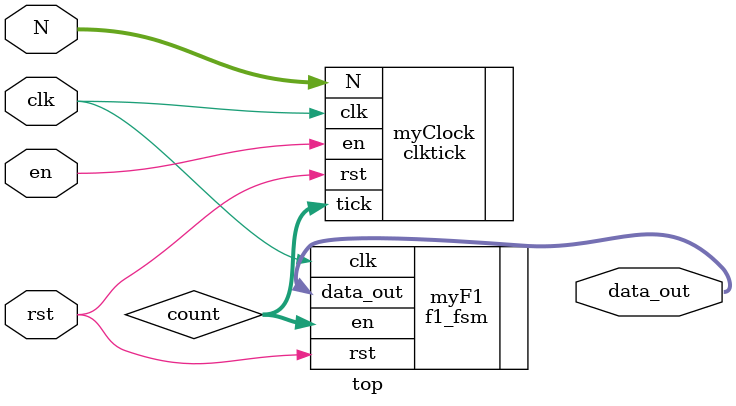
<source format=sv>
module top #(
    parameter WIDTH = 16
)(
    input logic clk,
    input logic en,
    input logic rst,
    input logic [WIDTH-1:0] N,
    output logic [7:0] data_out
);

logic [WIDTH-1:0] count;

clktick myClock (
    .clk (clk),
    .rst (rst),
    .en (en),
    .N (N),
    .tick (count)
);

f1_fsm myF1 (
    .clk (clk),
    .en (count),
    .rst (rst),
    .data_out (data_out)
);

endmodule

</source>
